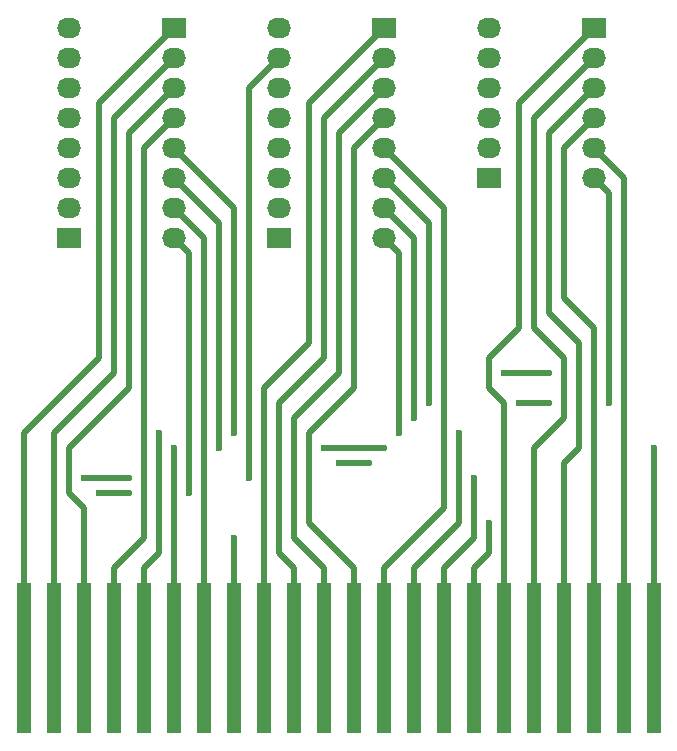
<source format=gbl>
G04 #@! TF.FileFunction,Copper,L2,Bot,Signal*
%FSLAX46Y46*%
G04 Gerber Fmt 4.6, Leading zero omitted, Abs format (unit mm)*
G04 Created by KiCad (PCBNEW 4.0.5+dfsg1-2) date Wed Jan 18 16:24:57 2017*
%MOMM*%
%LPD*%
G01*
G04 APERTURE LIST*
%ADD10C,0.100000*%
%ADD11R,2.032000X1.727200*%
%ADD12O,2.032000X1.727200*%
%ADD13R,1.270000X12.700000*%
%ADD14C,0.600000*%
%ADD15C,0.500000*%
G04 APERTURE END LIST*
D10*
D11*
X80010000Y-85090000D03*
D12*
X80010000Y-82550000D03*
X80010000Y-80010000D03*
X80010000Y-77470000D03*
X80010000Y-74930000D03*
X80010000Y-72390000D03*
X80010000Y-69850000D03*
X80010000Y-67310000D03*
D11*
X97790000Y-85090000D03*
D12*
X97790000Y-82550000D03*
X97790000Y-80010000D03*
X97790000Y-77470000D03*
X97790000Y-74930000D03*
X97790000Y-72390000D03*
X97790000Y-69850000D03*
X97790000Y-67310000D03*
D11*
X115570000Y-80010000D03*
D12*
X115570000Y-77470000D03*
X115570000Y-74930000D03*
X115570000Y-72390000D03*
X115570000Y-69850000D03*
X115570000Y-67310000D03*
D11*
X124460000Y-67310000D03*
D12*
X124460000Y-69850000D03*
X124460000Y-72390000D03*
X124460000Y-74930000D03*
X124460000Y-77470000D03*
X124460000Y-80010000D03*
D11*
X106680000Y-67310000D03*
D12*
X106680000Y-69850000D03*
X106680000Y-72390000D03*
X106680000Y-74930000D03*
X106680000Y-77470000D03*
X106680000Y-80010000D03*
X106680000Y-82550000D03*
X106680000Y-85090000D03*
D11*
X88900000Y-67310000D03*
D12*
X88900000Y-69850000D03*
X88900000Y-72390000D03*
X88900000Y-74930000D03*
X88900000Y-77470000D03*
X88900000Y-80010000D03*
X88900000Y-82550000D03*
X88900000Y-85090000D03*
D13*
X81280000Y-120650000D03*
X78740000Y-120650000D03*
X76200000Y-120650000D03*
X83820000Y-120650000D03*
X86360000Y-120650000D03*
X88900000Y-120650000D03*
X91440000Y-120650000D03*
X93980000Y-120650000D03*
X96520000Y-120650000D03*
X99060000Y-120650000D03*
X101600000Y-120650000D03*
X104140000Y-120650000D03*
X106680000Y-120650000D03*
X109220000Y-120650000D03*
X111760000Y-120650000D03*
X114300000Y-120650000D03*
X116840000Y-120650000D03*
X119380000Y-120650000D03*
X121920000Y-120650000D03*
X124460000Y-120650000D03*
X127000000Y-120650000D03*
X129540000Y-120650000D03*
D14*
X82550000Y-106680000D03*
X85090000Y-106680000D03*
X85090000Y-105410000D03*
X81280000Y-105410000D03*
X102870000Y-104140000D03*
X105410000Y-104140000D03*
X101600000Y-102870000D03*
X106680000Y-102870000D03*
X118110000Y-99060000D03*
X120650000Y-99060000D03*
X116840000Y-96520000D03*
X120650000Y-96520000D03*
X93980000Y-101600000D03*
X87630000Y-101600000D03*
X92710000Y-102870000D03*
X88900000Y-102870000D03*
X90170000Y-106680000D03*
X93980000Y-110490000D03*
X110490000Y-99060000D03*
X113030000Y-101600000D03*
X109220000Y-100330000D03*
X114300000Y-105410000D03*
X107950000Y-101600000D03*
X115570000Y-109220000D03*
X125730000Y-99060000D03*
X129540000Y-102870000D03*
X95250000Y-105410000D03*
D15*
X85090000Y-106680000D02*
X82550000Y-106680000D01*
X85090000Y-105410000D02*
X81280000Y-105410000D01*
X105410000Y-104140000D02*
X102870000Y-104140000D01*
X106680000Y-102870000D02*
X101600000Y-102870000D01*
X120650000Y-99060000D02*
X118110000Y-99060000D01*
X120650000Y-96520000D02*
X116840000Y-96520000D01*
X80010000Y-106680000D02*
X80010000Y-102870000D01*
X81280000Y-107950000D02*
X80010000Y-106680000D01*
X81280000Y-120650000D02*
X81280000Y-107950000D01*
X85090000Y-76200000D02*
X88900000Y-72390000D01*
X85090000Y-97790000D02*
X85090000Y-76200000D01*
X80010000Y-102870000D02*
X85090000Y-97790000D01*
X78740000Y-120650000D02*
X78740000Y-101600000D01*
X83820000Y-74930000D02*
X88900000Y-69850000D01*
X83820000Y-96520000D02*
X83820000Y-74930000D01*
X78740000Y-101600000D02*
X83820000Y-96520000D01*
X76200000Y-120650000D02*
X76200000Y-101600000D01*
X82550000Y-73660000D02*
X88900000Y-67310000D01*
X82550000Y-95250000D02*
X82550000Y-73660000D01*
X76200000Y-101600000D02*
X82550000Y-95250000D01*
X83820000Y-120650000D02*
X83820000Y-113030000D01*
X86360000Y-77470000D02*
X88900000Y-74930000D01*
X86360000Y-110490000D02*
X86360000Y-77470000D01*
X83820000Y-113030000D02*
X86360000Y-110490000D01*
X86360000Y-120650000D02*
X86360000Y-113030000D01*
X93980000Y-82550000D02*
X88900000Y-77470000D01*
X93980000Y-101600000D02*
X93980000Y-82550000D01*
X87630000Y-111760000D02*
X87630000Y-101600000D01*
X86360000Y-113030000D02*
X87630000Y-111760000D01*
X88900000Y-120650000D02*
X88900000Y-102870000D01*
X92710000Y-83820000D02*
X88900000Y-80010000D01*
X92710000Y-102870000D02*
X92710000Y-83820000D01*
X88900000Y-82550000D02*
X91440000Y-85090000D01*
X91440000Y-85090000D02*
X91440000Y-120650000D01*
X93980000Y-120650000D02*
X93980000Y-110490000D01*
X90170000Y-86360000D02*
X88900000Y-85090000D01*
X90170000Y-106680000D02*
X90170000Y-86360000D01*
X96520000Y-120650000D02*
X96520000Y-97790000D01*
X100330000Y-73660000D02*
X106680000Y-67310000D01*
X100330000Y-93980000D02*
X100330000Y-73660000D01*
X96520000Y-97790000D02*
X100330000Y-93980000D01*
X97790000Y-99060000D02*
X101600000Y-95250000D01*
X97790000Y-111760000D02*
X97790000Y-99060000D01*
X99060000Y-120650000D02*
X99060000Y-113030000D01*
X101600000Y-74930000D02*
X106680000Y-69850000D01*
X101600000Y-95250000D02*
X101600000Y-74930000D01*
X99060000Y-113030000D02*
X97790000Y-111760000D01*
X101600000Y-120650000D02*
X101600000Y-113030000D01*
X102870000Y-76200000D02*
X106680000Y-72390000D01*
X102870000Y-96520000D02*
X102870000Y-76200000D01*
X99060000Y-100330000D02*
X102870000Y-96520000D01*
X99060000Y-110490000D02*
X99060000Y-100330000D01*
X101600000Y-113030000D02*
X99060000Y-110490000D01*
X104140000Y-120650000D02*
X104140000Y-113030000D01*
X104140000Y-77470000D02*
X106680000Y-74930000D01*
X104140000Y-97790000D02*
X104140000Y-77470000D01*
X100330000Y-101600000D02*
X104140000Y-97790000D01*
X100330000Y-109220000D02*
X100330000Y-101600000D01*
X104140000Y-113030000D02*
X100330000Y-109220000D01*
X106680000Y-120650000D02*
X106680000Y-113030000D01*
X111760000Y-82550000D02*
X106680000Y-77470000D01*
X111760000Y-107950000D02*
X111760000Y-82550000D01*
X106680000Y-113030000D02*
X111760000Y-107950000D01*
X109220000Y-120650000D02*
X109220000Y-113030000D01*
X110490000Y-83820000D02*
X106680000Y-80010000D01*
X110490000Y-99060000D02*
X110490000Y-83820000D01*
X113030000Y-109220000D02*
X113030000Y-101600000D01*
X109220000Y-113030000D02*
X113030000Y-109220000D01*
X111760000Y-120650000D02*
X111760000Y-113030000D01*
X109220000Y-85090000D02*
X106680000Y-82550000D01*
X109220000Y-100330000D02*
X109220000Y-85090000D01*
X109220000Y-100330000D02*
X109220000Y-100330000D01*
X114300000Y-110490000D02*
X114300000Y-105410000D01*
X111760000Y-113030000D02*
X114300000Y-110490000D01*
X115570000Y-109220000D02*
X115570000Y-111760000D01*
X115570000Y-111760000D02*
X114300000Y-113030000D01*
X114300000Y-113030000D02*
X114300000Y-120650000D01*
X114300000Y-120650000D02*
X114300000Y-113030000D01*
X107950000Y-86360000D02*
X106680000Y-85090000D01*
X107950000Y-101600000D02*
X107950000Y-86360000D01*
X107950000Y-101600000D02*
X107950000Y-101600000D01*
X115570000Y-109220000D02*
X115570000Y-109220000D01*
X116840000Y-120650000D02*
X116840000Y-99060000D01*
X118110000Y-73660000D02*
X124460000Y-67310000D01*
X118110000Y-92710000D02*
X118110000Y-73660000D01*
X115570000Y-95250000D02*
X118110000Y-92710000D01*
X115570000Y-97790000D02*
X115570000Y-95250000D01*
X116840000Y-99060000D02*
X115570000Y-97790000D01*
X121920000Y-100330000D02*
X119380000Y-102870000D01*
X119380000Y-92710000D02*
X119380000Y-74930000D01*
X124460000Y-69850000D02*
X119380000Y-74930000D01*
X119380000Y-102870000D02*
X119380000Y-120650000D01*
X121920000Y-100330000D02*
X121920000Y-95250000D01*
X121920000Y-95250000D02*
X119380000Y-92710000D01*
X121920000Y-120650000D02*
X121920000Y-104140000D01*
X120650000Y-76200000D02*
X124460000Y-72390000D01*
X120650000Y-91440000D02*
X120650000Y-76200000D01*
X123190000Y-93980000D02*
X120650000Y-91440000D01*
X123190000Y-102870000D02*
X123190000Y-93980000D01*
X121920000Y-104140000D02*
X123190000Y-102870000D01*
X124460000Y-120650000D02*
X124460000Y-92710000D01*
X121920000Y-77470000D02*
X124460000Y-74930000D01*
X121920000Y-90170000D02*
X121920000Y-77470000D01*
X124460000Y-92710000D02*
X121920000Y-90170000D01*
X127000000Y-120650000D02*
X127000000Y-80010000D01*
X127000000Y-80010000D02*
X124460000Y-77470000D01*
X129540000Y-120650000D02*
X129540000Y-102870000D01*
X125730000Y-81280000D02*
X124460000Y-80010000D01*
X125730000Y-99060000D02*
X125730000Y-81280000D01*
X95250000Y-105410000D02*
X95250000Y-72390000D01*
X95250000Y-72390000D02*
X97790000Y-69850000D01*
M02*

</source>
